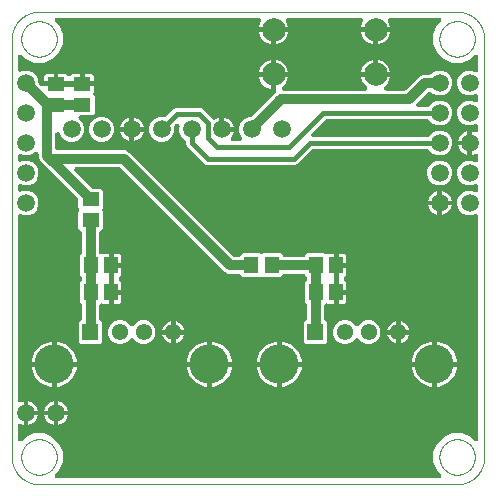
<source format=gbl>
G04 EAGLE Gerber RS-274X export*
G75*
%MOMM*%
%FSLAX34Y34*%
%LPD*%
%INBottom layer*%
%IPPOS*%
%AMOC8*
5,1,8,0,0,1.08239X$1,22.5*%
G01*
G04 Define Apertures*
%ADD10C,0.000000*%
%ADD11R,1.380000X1.380000*%
%ADD12C,1.380000*%
%ADD13C,3.316000*%
%ADD14C,1.500000*%
%ADD15C,2.010000*%
%ADD16R,1.164600X1.465300*%
%ADD17R,1.465300X1.164600*%
%ADD18C,0.704800*%
%ADD19C,0.406400*%
%ADD20C,0.508000*%
%ADD21C,0.812800*%
G36*
X362409Y5241D02*
X361617Y5080D01*
X38383Y5080D01*
X37681Y5205D01*
X36993Y5630D01*
X36525Y6290D01*
X36351Y7080D01*
X36500Y7875D01*
X36946Y8549D01*
X40023Y11626D01*
X43080Y19006D01*
X43080Y26994D01*
X40023Y34374D01*
X34374Y40023D01*
X26994Y43080D01*
X19006Y43080D01*
X11626Y40023D01*
X8549Y36946D01*
X7964Y36538D01*
X7177Y36352D01*
X6380Y36488D01*
X5698Y36924D01*
X5241Y37591D01*
X5080Y38383D01*
X5080Y49258D01*
X5211Y49975D01*
X5641Y50660D01*
X6305Y51123D01*
X7096Y51290D01*
X7890Y51135D01*
X9968Y50274D01*
X9968Y70326D01*
X7890Y69465D01*
X7177Y69311D01*
X6380Y69447D01*
X5698Y69882D01*
X5241Y70549D01*
X5080Y71342D01*
X5080Y226508D01*
X5211Y227226D01*
X5641Y227910D01*
X6305Y228373D01*
X7096Y228540D01*
X7890Y228386D01*
X9902Y227552D01*
X14098Y227552D01*
X17975Y229158D01*
X20942Y232125D01*
X22548Y236002D01*
X22548Y240198D01*
X20942Y244075D01*
X17975Y247042D01*
X14098Y248648D01*
X9902Y248648D01*
X7890Y247815D01*
X7177Y247661D01*
X6380Y247796D01*
X5698Y248232D01*
X5241Y248899D01*
X5080Y249692D01*
X5080Y251908D01*
X5211Y252626D01*
X5641Y253310D01*
X6305Y253773D01*
X7096Y253940D01*
X7890Y253786D01*
X9902Y252952D01*
X14098Y252952D01*
X17975Y254558D01*
X20942Y257525D01*
X22548Y261402D01*
X22548Y265598D01*
X20942Y269475D01*
X17975Y272442D01*
X14098Y274048D01*
X9902Y274048D01*
X7890Y273215D01*
X7177Y273061D01*
X6380Y273196D01*
X5698Y273632D01*
X5241Y274299D01*
X5080Y275092D01*
X5080Y277308D01*
X5211Y278026D01*
X5641Y278710D01*
X6305Y279173D01*
X7096Y279340D01*
X7890Y279186D01*
X9902Y278352D01*
X14098Y278352D01*
X17975Y279958D01*
X19130Y281113D01*
X19715Y281521D01*
X20502Y281707D01*
X21300Y281572D01*
X21981Y281136D01*
X22438Y280469D01*
X22599Y279676D01*
X22599Y276715D01*
X23682Y274101D01*
X25682Y272101D01*
X25770Y272065D01*
X26429Y271624D01*
X55705Y242348D01*
X56140Y241704D01*
X56301Y240911D01*
X56301Y234078D01*
X56532Y233847D01*
X56953Y233232D01*
X57127Y232442D01*
X56979Y231647D01*
X56532Y230973D01*
X56301Y230742D01*
X56301Y216570D01*
X58213Y214658D01*
X58264Y214648D01*
X58945Y214213D01*
X59402Y213546D01*
X59563Y212753D01*
X59563Y196474D01*
X59414Y195711D01*
X58968Y195037D01*
X57940Y194009D01*
X57940Y176831D01*
X59104Y175667D01*
X59538Y175023D01*
X59699Y174230D01*
X59699Y173750D01*
X59550Y172987D01*
X59104Y172313D01*
X57940Y171149D01*
X57940Y153971D01*
X59104Y152807D01*
X59538Y152163D01*
X59699Y151370D01*
X59699Y140680D01*
X59562Y139948D01*
X59127Y139266D01*
X58901Y139112D01*
X56652Y136863D01*
X56652Y120537D01*
X58437Y118752D01*
X74763Y118752D01*
X76548Y120537D01*
X76548Y136863D01*
X74518Y138892D01*
X74084Y139537D01*
X73923Y140329D01*
X73923Y151309D01*
X74048Y152011D01*
X74473Y152699D01*
X75133Y153167D01*
X75923Y153340D01*
X76718Y153192D01*
X77392Y152746D01*
X77444Y152694D01*
X82287Y152694D01*
X82287Y164592D01*
X92682Y164592D01*
X92682Y170939D01*
X91067Y172553D01*
X90646Y173168D01*
X90473Y173958D01*
X90621Y174753D01*
X91067Y175427D01*
X92682Y177041D01*
X92682Y183388D01*
X82287Y183388D01*
X82287Y195287D01*
X77444Y195287D01*
X77361Y195204D01*
X76747Y194782D01*
X75957Y194609D01*
X75162Y194757D01*
X74487Y195204D01*
X74382Y195309D01*
X73948Y195953D01*
X73787Y196746D01*
X73787Y212753D01*
X73924Y213486D01*
X74359Y214167D01*
X75026Y214624D01*
X75123Y214644D01*
X77050Y216570D01*
X77050Y230742D01*
X76818Y230973D01*
X76397Y231588D01*
X76223Y232378D01*
X76371Y233173D01*
X76818Y233847D01*
X77050Y234078D01*
X77050Y248250D01*
X75264Y250035D01*
X68976Y250035D01*
X68213Y250184D01*
X67539Y250630D01*
X53160Y265009D01*
X52752Y265594D01*
X52566Y266381D01*
X52701Y267179D01*
X53137Y267860D01*
X53804Y268317D01*
X54597Y268478D01*
X90827Y268478D01*
X91590Y268329D01*
X92264Y267883D01*
X180756Y179391D01*
X183370Y178308D01*
X191798Y178308D01*
X192531Y178171D01*
X193212Y177736D01*
X193669Y177069D01*
X193689Y176972D01*
X195615Y175046D01*
X209787Y175046D01*
X210018Y175277D01*
X210633Y175698D01*
X211423Y175872D01*
X212218Y175724D01*
X212892Y175277D01*
X213123Y175046D01*
X227295Y175046D01*
X229207Y176958D01*
X229217Y177009D01*
X229652Y177690D01*
X230319Y178147D01*
X231112Y178308D01*
X246408Y178308D01*
X247141Y178171D01*
X247822Y177736D01*
X248279Y177069D01*
X248299Y176972D01*
X249604Y175667D01*
X250038Y175023D01*
X250199Y174230D01*
X250199Y173750D01*
X250050Y172987D01*
X249604Y172313D01*
X248440Y171149D01*
X248440Y153971D01*
X249604Y152807D01*
X250038Y152163D01*
X250199Y151370D01*
X250199Y140680D01*
X250062Y139948D01*
X249627Y139266D01*
X249401Y139112D01*
X247152Y136863D01*
X247152Y120537D01*
X248937Y118752D01*
X265263Y118752D01*
X267048Y120537D01*
X267048Y136863D01*
X265018Y138892D01*
X264584Y139537D01*
X264423Y140329D01*
X264423Y151309D01*
X264548Y152011D01*
X264973Y152699D01*
X265633Y153167D01*
X266423Y153340D01*
X267218Y153192D01*
X267892Y152746D01*
X267944Y152694D01*
X272787Y152694D01*
X272787Y164592D01*
X283182Y164592D01*
X283182Y170939D01*
X281567Y172553D01*
X281146Y173168D01*
X280973Y173958D01*
X281121Y174753D01*
X281567Y175427D01*
X283182Y177041D01*
X283182Y183388D01*
X272787Y183388D01*
X272787Y195287D01*
X267944Y195287D01*
X267861Y195204D01*
X267247Y194782D01*
X266457Y194609D01*
X265662Y194757D01*
X264987Y195204D01*
X264397Y195795D01*
X250225Y195795D01*
X248313Y193882D01*
X248303Y193832D01*
X247868Y193150D01*
X247201Y192693D01*
X246408Y192532D01*
X231112Y192532D01*
X230380Y192669D01*
X229698Y193104D01*
X229241Y193771D01*
X229221Y193868D01*
X227295Y195795D01*
X213123Y195795D01*
X212892Y195563D01*
X212277Y195142D01*
X211487Y194968D01*
X210692Y195116D01*
X210018Y195563D01*
X209787Y195795D01*
X195615Y195795D01*
X193703Y193882D01*
X193693Y193832D01*
X193258Y193150D01*
X192591Y192693D01*
X191798Y192532D01*
X188573Y192532D01*
X187810Y192681D01*
X187136Y193127D01*
X98644Y281619D01*
X96030Y282702D01*
X38855Y282702D01*
X38123Y282839D01*
X37441Y283274D01*
X36984Y283941D01*
X36823Y284734D01*
X36823Y296320D01*
X36943Y297007D01*
X37362Y297698D01*
X38018Y298171D01*
X38806Y298351D01*
X39603Y298209D01*
X40280Y297768D01*
X40732Y297097D01*
X41858Y294380D01*
X44825Y291413D01*
X48702Y289807D01*
X52898Y289807D01*
X56775Y291413D01*
X59742Y294380D01*
X61348Y298257D01*
X61348Y302453D01*
X59742Y306330D01*
X56966Y309106D01*
X56558Y309691D01*
X56372Y310478D01*
X56507Y311276D01*
X56943Y311957D01*
X57610Y312414D01*
X58403Y312575D01*
X68364Y312575D01*
X68531Y312827D01*
X70065Y314360D01*
X70065Y328532D01*
X69474Y329122D01*
X69052Y329737D01*
X68879Y330527D01*
X69027Y331322D01*
X69474Y331996D01*
X69557Y332079D01*
X69557Y336922D01*
X57658Y336922D01*
X57658Y347317D01*
X51311Y347317D01*
X50014Y346020D01*
X49400Y345599D01*
X48610Y345425D01*
X47815Y345573D01*
X47141Y346020D01*
X45844Y347317D01*
X39497Y347317D01*
X39497Y336922D01*
X26583Y336922D01*
X26583Y337344D01*
X26389Y337207D01*
X25599Y337033D01*
X24804Y337182D01*
X24130Y337628D01*
X23143Y338615D01*
X22709Y339259D01*
X22548Y340052D01*
X22548Y341798D01*
X20942Y345675D01*
X17975Y348642D01*
X14098Y350248D01*
X9902Y350248D01*
X7890Y349415D01*
X7177Y349261D01*
X6380Y349396D01*
X5698Y349832D01*
X5241Y350499D01*
X5080Y351292D01*
X5080Y361617D01*
X5205Y362319D01*
X5630Y363007D01*
X6290Y363475D01*
X7080Y363649D01*
X7875Y363500D01*
X8549Y363054D01*
X11626Y359977D01*
X19006Y356920D01*
X26994Y356920D01*
X34374Y359977D01*
X40023Y365626D01*
X43080Y373006D01*
X43080Y380994D01*
X40023Y388374D01*
X36946Y391451D01*
X36538Y392036D01*
X36352Y392823D01*
X36488Y393621D01*
X36924Y394302D01*
X37591Y394759D01*
X38383Y394920D01*
X209089Y394920D01*
X209807Y394789D01*
X210492Y394359D01*
X210954Y393695D01*
X211121Y392904D01*
X210967Y392110D01*
X209005Y387374D01*
X209005Y386902D01*
X234185Y386902D01*
X234185Y387374D01*
X232223Y392110D01*
X232070Y392823D01*
X232205Y393621D01*
X232641Y394302D01*
X233308Y394759D01*
X234101Y394920D01*
X295489Y394920D01*
X296207Y394789D01*
X296892Y394359D01*
X297354Y393695D01*
X297521Y392904D01*
X297367Y392110D01*
X295405Y387374D01*
X295405Y386902D01*
X320585Y386902D01*
X320585Y387374D01*
X318623Y392110D01*
X318470Y392823D01*
X318605Y393621D01*
X319041Y394302D01*
X319708Y394759D01*
X320501Y394920D01*
X361617Y394920D01*
X362319Y394795D01*
X363007Y394370D01*
X363475Y393710D01*
X363649Y392920D01*
X363500Y392125D01*
X363054Y391451D01*
X359977Y388374D01*
X356920Y380994D01*
X356920Y373006D01*
X359977Y365626D01*
X365626Y359977D01*
X373006Y356920D01*
X380994Y356920D01*
X388374Y359977D01*
X391451Y363054D01*
X392036Y363462D01*
X392823Y363648D01*
X393621Y363512D01*
X394302Y363076D01*
X394759Y362409D01*
X394920Y361617D01*
X394920Y351168D01*
X394789Y350450D01*
X394359Y349766D01*
X393695Y349303D01*
X392904Y349136D01*
X392110Y349290D01*
X389798Y350248D01*
X385602Y350248D01*
X381725Y348642D01*
X378758Y345675D01*
X377152Y341798D01*
X377152Y337602D01*
X378758Y333725D01*
X381725Y330758D01*
X385602Y329152D01*
X389798Y329152D01*
X392110Y330110D01*
X392823Y330263D01*
X393621Y330128D01*
X394302Y329692D01*
X394759Y329025D01*
X394920Y328232D01*
X394920Y325768D01*
X394789Y325050D01*
X394359Y324366D01*
X393695Y323903D01*
X392904Y323736D01*
X392110Y323890D01*
X389798Y324848D01*
X385602Y324848D01*
X381725Y323242D01*
X378758Y320275D01*
X377152Y316398D01*
X377152Y312202D01*
X378758Y308325D01*
X381725Y305358D01*
X385602Y303752D01*
X389798Y303752D01*
X392110Y304710D01*
X392823Y304863D01*
X393621Y304728D01*
X394302Y304292D01*
X394759Y303625D01*
X394920Y302832D01*
X394920Y299818D01*
X394789Y299100D01*
X394359Y298416D01*
X393695Y297953D01*
X392904Y297786D01*
X392110Y297940D01*
X389732Y298926D01*
X389732Y278874D01*
X392110Y279860D01*
X392823Y280013D01*
X393621Y279878D01*
X394302Y279442D01*
X394759Y278775D01*
X394920Y277982D01*
X394920Y274968D01*
X394789Y274250D01*
X394359Y273566D01*
X393695Y273103D01*
X392904Y272936D01*
X392110Y273090D01*
X389798Y274048D01*
X385602Y274048D01*
X381725Y272442D01*
X378758Y269475D01*
X377152Y265598D01*
X377152Y261402D01*
X378758Y257525D01*
X381725Y254558D01*
X385602Y252952D01*
X389798Y252952D01*
X392110Y253910D01*
X392823Y254063D01*
X393621Y253928D01*
X394302Y253492D01*
X394759Y252825D01*
X394920Y252032D01*
X394920Y249568D01*
X394789Y248850D01*
X394359Y248166D01*
X393695Y247703D01*
X392904Y247536D01*
X392110Y247690D01*
X389798Y248648D01*
X385602Y248648D01*
X381725Y247042D01*
X378758Y244075D01*
X377152Y240198D01*
X377152Y236002D01*
X378758Y232125D01*
X381725Y229158D01*
X385602Y227552D01*
X389798Y227552D01*
X392110Y228510D01*
X392823Y228663D01*
X393621Y228528D01*
X394302Y228092D01*
X394759Y227425D01*
X394920Y226632D01*
X394920Y38383D01*
X394795Y37681D01*
X394370Y36993D01*
X393710Y36525D01*
X392920Y36351D01*
X392125Y36500D01*
X391451Y36946D01*
X388374Y40023D01*
X380994Y43080D01*
X373006Y43080D01*
X365626Y40023D01*
X359977Y34374D01*
X356920Y26994D01*
X356920Y19006D01*
X359977Y11626D01*
X363054Y8549D01*
X363462Y7964D01*
X363648Y7177D01*
X363512Y6380D01*
X363076Y5698D01*
X362409Y5241D01*
G37*
%LPC*%
G36*
X223627Y372280D02*
X224099Y372280D01*
X228727Y374197D01*
X232268Y377738D01*
X234185Y382366D01*
X234185Y382838D01*
X223627Y382838D01*
X223627Y372280D01*
G37*
G36*
X219091Y372280D02*
X219563Y372280D01*
X219563Y382838D01*
X209005Y382838D01*
X209005Y382366D01*
X210922Y377738D01*
X214463Y374197D01*
X219091Y372280D01*
G37*
G36*
X305491Y372280D02*
X305963Y372280D01*
X305963Y382838D01*
X295405Y382838D01*
X295405Y382366D01*
X297322Y377738D01*
X300863Y374197D01*
X305491Y372280D01*
G37*
G36*
X310027Y372280D02*
X310499Y372280D01*
X315127Y374197D01*
X318668Y377738D01*
X320585Y382366D01*
X320585Y382838D01*
X310027Y382838D01*
X310027Y372280D01*
G37*
G36*
X310027Y348902D02*
X320585Y348902D01*
X320585Y349374D01*
X318668Y354002D01*
X315127Y357543D01*
X310499Y359460D01*
X310027Y359460D01*
X310027Y348902D01*
G37*
G36*
X223627Y348902D02*
X234185Y348902D01*
X234185Y349374D01*
X232268Y354002D01*
X228727Y357543D01*
X224099Y359460D01*
X223627Y359460D01*
X223627Y348902D01*
G37*
G36*
X209005Y348902D02*
X219563Y348902D01*
X219563Y359460D01*
X219091Y359460D01*
X214463Y357543D01*
X210922Y354002D01*
X209005Y349374D01*
X209005Y348902D01*
G37*
G36*
X295405Y348902D02*
X305963Y348902D01*
X305963Y359460D01*
X305491Y359460D01*
X300863Y357543D01*
X297322Y354002D01*
X295405Y349374D01*
X295405Y348902D01*
G37*
G36*
X164725Y270510D02*
X239770Y270510D01*
X241638Y271283D01*
X253579Y283225D01*
X254223Y283659D01*
X255016Y283820D01*
X351629Y283820D01*
X352375Y283678D01*
X353054Y283237D01*
X353072Y283211D01*
X353072Y283211D01*
X356325Y279958D01*
X360202Y278352D01*
X364398Y278352D01*
X368275Y279958D01*
X371242Y282925D01*
X372848Y286802D01*
X372848Y290998D01*
X371242Y294875D01*
X368275Y297842D01*
X364398Y299448D01*
X360202Y299448D01*
X356325Y297842D01*
X353104Y294621D01*
X353089Y294598D01*
X352422Y294141D01*
X351629Y293980D01*
X255270Y293980D01*
X254568Y294105D01*
X253880Y294530D01*
X253412Y295190D01*
X253238Y295980D01*
X253386Y296775D01*
X253833Y297449D01*
X265009Y308625D01*
X265653Y309059D01*
X266446Y309220D01*
X351629Y309220D01*
X352375Y309078D01*
X353054Y308637D01*
X353072Y308611D01*
X353072Y308611D01*
X356325Y305358D01*
X360202Y303752D01*
X364398Y303752D01*
X368275Y305358D01*
X371242Y308325D01*
X372848Y312202D01*
X372848Y316398D01*
X371242Y320275D01*
X368275Y323242D01*
X364398Y324848D01*
X360202Y324848D01*
X356325Y323242D01*
X353104Y320021D01*
X353089Y319998D01*
X352422Y319541D01*
X351629Y319380D01*
X344244Y319380D01*
X343541Y319505D01*
X342853Y319930D01*
X342385Y320590D01*
X342212Y321380D01*
X342360Y322175D01*
X342807Y322849D01*
X351951Y331993D01*
X352595Y332427D01*
X353388Y332588D01*
X353653Y332588D01*
X354416Y332439D01*
X355090Y331993D01*
X356325Y330758D01*
X360202Y329152D01*
X364398Y329152D01*
X368275Y330758D01*
X371242Y333725D01*
X372848Y337602D01*
X372848Y341798D01*
X371242Y345675D01*
X368275Y348642D01*
X364398Y350248D01*
X360202Y350248D01*
X356325Y348642D01*
X355090Y347407D01*
X354446Y346973D01*
X353653Y346812D01*
X348185Y346812D01*
X345571Y345729D01*
X333692Y333850D01*
X333048Y333416D01*
X332255Y333255D01*
X317091Y333255D01*
X316388Y333380D01*
X315700Y333805D01*
X315232Y334465D01*
X315059Y335255D01*
X315207Y336050D01*
X315654Y336724D01*
X318668Y339738D01*
X320585Y344366D01*
X320585Y344838D01*
X295405Y344838D01*
X295405Y344366D01*
X297322Y339738D01*
X300336Y336724D01*
X300744Y336139D01*
X300930Y335352D01*
X300795Y334555D01*
X300359Y333873D01*
X299692Y333416D01*
X298899Y333255D01*
X230691Y333255D01*
X229988Y333380D01*
X229300Y333805D01*
X228832Y334465D01*
X228659Y335255D01*
X228807Y336050D01*
X229254Y336724D01*
X232268Y339738D01*
X234185Y344366D01*
X234185Y344838D01*
X223627Y344838D01*
X223627Y333264D01*
X223153Y333264D01*
X223290Y333070D01*
X223464Y332280D01*
X223316Y331485D01*
X222869Y330811D01*
X203556Y311498D01*
X202912Y311064D01*
X202119Y310903D01*
X201102Y310903D01*
X197225Y309297D01*
X194258Y306330D01*
X192652Y302453D01*
X192652Y298257D01*
X194258Y294380D01*
X194339Y294299D01*
X194747Y293714D01*
X194933Y292927D01*
X194798Y292130D01*
X194362Y291448D01*
X193695Y290991D01*
X192902Y290830D01*
X187379Y290830D01*
X186677Y290955D01*
X185989Y291380D01*
X185521Y292040D01*
X185348Y292830D01*
X185496Y293625D01*
X185943Y294299D01*
X186312Y294668D01*
X187826Y298323D01*
X175768Y298323D01*
X175768Y310381D01*
X171960Y308803D01*
X171215Y308649D01*
X170420Y308797D01*
X169746Y309244D01*
X161628Y317362D01*
X159760Y318135D01*
X138690Y318135D01*
X136822Y317362D01*
X130953Y311492D01*
X130322Y311064D01*
X129531Y310897D01*
X129501Y310903D01*
X124902Y310903D01*
X121025Y309297D01*
X118058Y306330D01*
X116452Y302453D01*
X116452Y298257D01*
X118058Y294380D01*
X121025Y291413D01*
X124902Y289807D01*
X129098Y289807D01*
X132975Y291413D01*
X135942Y294380D01*
X137548Y298257D01*
X137548Y302812D01*
X137542Y302839D01*
X137691Y303634D01*
X138137Y304308D01*
X138567Y304738D01*
X139137Y305139D01*
X139923Y305331D01*
X140721Y305202D01*
X141406Y304772D01*
X141868Y304108D01*
X142036Y303317D01*
X141881Y302523D01*
X141852Y302453D01*
X141852Y298257D01*
X143458Y294380D01*
X146679Y291159D01*
X146702Y291144D01*
X147159Y290477D01*
X147320Y289684D01*
X147320Y287915D01*
X148093Y286047D01*
X162857Y271283D01*
X164725Y270510D01*
G37*
G36*
X61722Y340986D02*
X69557Y340986D01*
X69557Y345829D01*
X68069Y347317D01*
X61722Y347317D01*
X61722Y340986D01*
G37*
G36*
X27599Y340986D02*
X35433Y340986D01*
X35433Y347317D01*
X29086Y347317D01*
X27599Y345829D01*
X27599Y340986D01*
G37*
G36*
X219091Y334280D02*
X219563Y334280D01*
X219563Y344838D01*
X209005Y344838D01*
X209005Y344366D01*
X210922Y339738D01*
X214463Y336197D01*
X219091Y334280D01*
G37*
G36*
X74102Y289807D02*
X78298Y289807D01*
X82175Y291413D01*
X85142Y294380D01*
X86748Y298257D01*
X86748Y302453D01*
X85142Y306330D01*
X82175Y309297D01*
X78298Y310903D01*
X74102Y310903D01*
X70745Y309513D01*
X70226Y309396D01*
X70034Y309106D01*
X67258Y306330D01*
X65652Y302453D01*
X65652Y298257D01*
X67258Y294380D01*
X70225Y291413D01*
X74102Y289807D01*
G37*
G36*
X179832Y302387D02*
X187826Y302387D01*
X186312Y306042D01*
X183487Y308867D01*
X179832Y310381D01*
X179832Y302387D01*
G37*
G36*
X103632Y302387D02*
X111626Y302387D01*
X110112Y306042D01*
X107287Y308867D01*
X103632Y310381D01*
X103632Y302387D01*
G37*
G36*
X91574Y302387D02*
X99568Y302387D01*
X99568Y310381D01*
X95913Y308867D01*
X93088Y306042D01*
X91574Y302387D01*
G37*
G36*
X377674Y290932D02*
X385668Y290932D01*
X385668Y298926D01*
X382013Y297412D01*
X379188Y294587D01*
X377674Y290932D01*
G37*
G36*
X103632Y298323D02*
X103632Y290329D01*
X107287Y291843D01*
X110112Y294668D01*
X111626Y298323D01*
X103632Y298323D01*
G37*
G36*
X95913Y291843D02*
X99568Y290329D01*
X99568Y298323D01*
X91574Y298323D01*
X93088Y294668D01*
X95913Y291843D01*
G37*
G36*
X382013Y280388D02*
X385668Y278874D01*
X385668Y286868D01*
X377674Y286868D01*
X379188Y283213D01*
X382013Y280388D01*
G37*
G36*
X360202Y252952D02*
X364398Y252952D01*
X368275Y254558D01*
X371242Y257525D01*
X372848Y261402D01*
X372848Y265598D01*
X371242Y269475D01*
X368275Y272442D01*
X364398Y274048D01*
X360202Y274048D01*
X356325Y272442D01*
X353358Y269475D01*
X351752Y265598D01*
X351752Y261402D01*
X353358Y257525D01*
X356325Y254558D01*
X360202Y252952D01*
G37*
G36*
X352274Y240132D02*
X360268Y240132D01*
X360268Y248126D01*
X356613Y246612D01*
X353788Y243787D01*
X352274Y240132D01*
G37*
G36*
X364332Y240132D02*
X372326Y240132D01*
X370812Y243787D01*
X367987Y246612D01*
X364332Y248126D01*
X364332Y240132D01*
G37*
G36*
X364332Y236068D02*
X364332Y228074D01*
X367987Y229588D01*
X370812Y232413D01*
X372326Y236068D01*
X364332Y236068D01*
G37*
G36*
X356613Y229588D02*
X360268Y228074D01*
X360268Y236068D01*
X352274Y236068D01*
X353788Y232413D01*
X356613Y229588D01*
G37*
G36*
X276851Y187452D02*
X283182Y187452D01*
X283182Y193799D01*
X281694Y195287D01*
X276851Y195287D01*
X276851Y187452D01*
G37*
G36*
X86351Y187452D02*
X92682Y187452D01*
X92682Y193799D01*
X91194Y195287D01*
X86351Y195287D01*
X86351Y187452D01*
G37*
G36*
X276851Y152694D02*
X281694Y152694D01*
X283182Y154181D01*
X283182Y160528D01*
X276851Y160528D01*
X276851Y152694D01*
G37*
G36*
X86351Y152694D02*
X91194Y152694D01*
X92682Y154181D01*
X92682Y160528D01*
X86351Y160528D01*
X86351Y152694D01*
G37*
G36*
X280121Y118752D02*
X284079Y118752D01*
X287735Y120266D01*
X290663Y123195D01*
X291278Y123616D01*
X292068Y123789D01*
X292863Y123641D01*
X293537Y123195D01*
X296465Y120266D01*
X300121Y118752D01*
X304079Y118752D01*
X307735Y120266D01*
X310534Y123065D01*
X312048Y126721D01*
X312048Y130679D01*
X310534Y134335D01*
X307735Y137134D01*
X304079Y138648D01*
X300121Y138648D01*
X296465Y137134D01*
X293537Y134205D01*
X292922Y133784D01*
X292132Y133611D01*
X291337Y133759D01*
X290663Y134205D01*
X287735Y137134D01*
X284079Y138648D01*
X280121Y138648D01*
X276465Y137134D01*
X273666Y134335D01*
X272152Y130679D01*
X272152Y126721D01*
X273666Y123065D01*
X276465Y120266D01*
X280121Y118752D01*
G37*
G36*
X89621Y118752D02*
X93579Y118752D01*
X97235Y120266D01*
X100163Y123195D01*
X100778Y123616D01*
X101568Y123789D01*
X102363Y123641D01*
X103037Y123195D01*
X105965Y120266D01*
X109621Y118752D01*
X113579Y118752D01*
X117235Y120266D01*
X120034Y123065D01*
X121548Y126721D01*
X121548Y130679D01*
X120034Y134335D01*
X117235Y137134D01*
X113579Y138648D01*
X109621Y138648D01*
X105965Y137134D01*
X103037Y134205D01*
X102422Y133784D01*
X101632Y133611D01*
X100837Y133759D01*
X100163Y134205D01*
X97235Y137134D01*
X93579Y138648D01*
X89621Y138648D01*
X85965Y137134D01*
X83166Y134335D01*
X81652Y130679D01*
X81652Y126721D01*
X83166Y123065D01*
X85965Y120266D01*
X89621Y118752D01*
G37*
G36*
X127224Y130732D02*
X134568Y130732D01*
X134568Y138076D01*
X131253Y136703D01*
X128597Y134047D01*
X127224Y130732D01*
G37*
G36*
X138632Y130732D02*
X145976Y130732D01*
X144603Y134047D01*
X141947Y136703D01*
X138632Y138076D01*
X138632Y130732D01*
G37*
G36*
X317724Y130732D02*
X325068Y130732D01*
X325068Y138076D01*
X321753Y136703D01*
X319097Y134047D01*
X317724Y130732D01*
G37*
G36*
X329132Y130732D02*
X336476Y130732D01*
X335103Y134047D01*
X332447Y136703D01*
X329132Y138076D01*
X329132Y130732D01*
G37*
G36*
X131253Y120697D02*
X134568Y119324D01*
X134568Y126668D01*
X127224Y126668D01*
X128597Y123353D01*
X131253Y120697D01*
G37*
G36*
X329132Y126668D02*
X329132Y119324D01*
X332447Y120697D01*
X335103Y123353D01*
X336476Y126668D01*
X329132Y126668D01*
G37*
G36*
X321753Y120697D02*
X325068Y119324D01*
X325068Y126668D01*
X317724Y126668D01*
X319097Y123353D01*
X321753Y120697D01*
G37*
G36*
X138632Y126668D02*
X138632Y119324D01*
X141947Y120697D01*
X144603Y123353D01*
X145976Y126668D01*
X138632Y126668D01*
G37*
G36*
X169332Y103632D02*
X186420Y103632D01*
X186420Y105403D01*
X183509Y112431D01*
X178131Y117809D01*
X171103Y120720D01*
X169332Y120720D01*
X169332Y103632D01*
G37*
G36*
X148180Y103632D02*
X165268Y103632D01*
X165268Y120720D01*
X163497Y120720D01*
X156469Y117809D01*
X151091Y112431D01*
X148180Y105403D01*
X148180Y103632D01*
G37*
G36*
X359832Y103632D02*
X376920Y103632D01*
X376920Y105403D01*
X374009Y112431D01*
X368631Y117809D01*
X361603Y120720D01*
X359832Y120720D01*
X359832Y103632D01*
G37*
G36*
X207280Y103632D02*
X224368Y103632D01*
X224368Y120720D01*
X222597Y120720D01*
X215569Y117809D01*
X210191Y112431D01*
X207280Y105403D01*
X207280Y103632D01*
G37*
G36*
X338680Y103632D02*
X355768Y103632D01*
X355768Y120720D01*
X353997Y120720D01*
X346969Y117809D01*
X341591Y112431D01*
X338680Y105403D01*
X338680Y103632D01*
G37*
G36*
X16780Y103632D02*
X33868Y103632D01*
X33868Y120720D01*
X32097Y120720D01*
X25069Y117809D01*
X19691Y112431D01*
X16780Y105403D01*
X16780Y103632D01*
G37*
G36*
X228432Y103632D02*
X245520Y103632D01*
X245520Y105403D01*
X242609Y112431D01*
X237231Y117809D01*
X230203Y120720D01*
X228432Y120720D01*
X228432Y103632D01*
G37*
G36*
X37932Y103632D02*
X55020Y103632D01*
X55020Y105403D01*
X52109Y112431D01*
X46731Y117809D01*
X39703Y120720D01*
X37932Y120720D01*
X37932Y103632D01*
G37*
G36*
X359832Y82480D02*
X361603Y82480D01*
X368631Y85391D01*
X374009Y90769D01*
X376920Y97797D01*
X376920Y99568D01*
X359832Y99568D01*
X359832Y82480D01*
G37*
G36*
X353997Y82480D02*
X355768Y82480D01*
X355768Y99568D01*
X338680Y99568D01*
X338680Y97797D01*
X341591Y90769D01*
X346969Y85391D01*
X353997Y82480D01*
G37*
G36*
X228432Y82480D02*
X230203Y82480D01*
X237231Y85391D01*
X242609Y90769D01*
X245520Y97797D01*
X245520Y99568D01*
X228432Y99568D01*
X228432Y82480D01*
G37*
G36*
X222597Y82480D02*
X224368Y82480D01*
X224368Y99568D01*
X207280Y99568D01*
X207280Y97797D01*
X210191Y90769D01*
X215569Y85391D01*
X222597Y82480D01*
G37*
G36*
X169332Y82480D02*
X171103Y82480D01*
X178131Y85391D01*
X183509Y90769D01*
X186420Y97797D01*
X186420Y99568D01*
X169332Y99568D01*
X169332Y82480D01*
G37*
G36*
X163497Y82480D02*
X165268Y82480D01*
X165268Y99568D01*
X148180Y99568D01*
X148180Y97797D01*
X151091Y90769D01*
X156469Y85391D01*
X163497Y82480D01*
G37*
G36*
X37932Y82480D02*
X39703Y82480D01*
X46731Y85391D01*
X52109Y90769D01*
X55020Y97797D01*
X55020Y99568D01*
X37932Y99568D01*
X37932Y82480D01*
G37*
G36*
X32097Y82480D02*
X33868Y82480D01*
X33868Y99568D01*
X16780Y99568D01*
X16780Y97797D01*
X19691Y90769D01*
X25069Y85391D01*
X32097Y82480D01*
G37*
G36*
X14032Y62332D02*
X22026Y62332D01*
X20512Y65987D01*
X17687Y68812D01*
X14032Y70326D01*
X14032Y62332D01*
G37*
G36*
X27374Y62332D02*
X35368Y62332D01*
X35368Y70326D01*
X31713Y68812D01*
X28888Y65987D01*
X27374Y62332D01*
G37*
G36*
X39432Y62332D02*
X47426Y62332D01*
X45912Y65987D01*
X43087Y68812D01*
X39432Y70326D01*
X39432Y62332D01*
G37*
G36*
X14032Y58268D02*
X14032Y50274D01*
X17687Y51788D01*
X20512Y54613D01*
X22026Y58268D01*
X14032Y58268D01*
G37*
G36*
X39432Y58268D02*
X39432Y50274D01*
X43087Y51788D01*
X45912Y54613D01*
X47426Y58268D01*
X39432Y58268D01*
G37*
G36*
X31713Y51788D02*
X35368Y50274D01*
X35368Y58268D01*
X27374Y58268D01*
X28888Y54613D01*
X31713Y51788D01*
G37*
%LPD*%
D10*
X23000Y400000D02*
X22444Y399993D01*
X21889Y399973D01*
X21334Y399940D01*
X20780Y399893D01*
X20228Y399832D01*
X19677Y399759D01*
X19128Y399672D01*
X18581Y399572D01*
X18037Y399458D01*
X17496Y399332D01*
X16958Y399192D01*
X16423Y399040D01*
X15893Y398874D01*
X15366Y398696D01*
X14844Y398505D01*
X14327Y398302D01*
X13815Y398086D01*
X13308Y397858D01*
X12807Y397618D01*
X12311Y397365D01*
X11822Y397101D01*
X11340Y396825D01*
X10864Y396538D01*
X10396Y396239D01*
X9935Y395929D01*
X9481Y395607D01*
X9035Y395275D01*
X8598Y394933D01*
X8169Y394579D01*
X7748Y394216D01*
X7337Y393842D01*
X6934Y393459D01*
X6541Y393066D01*
X6158Y392663D01*
X5784Y392252D01*
X5421Y391831D01*
X5067Y391402D01*
X4725Y390965D01*
X4393Y390519D01*
X4071Y390065D01*
X3761Y389604D01*
X3462Y389136D01*
X3175Y388660D01*
X2899Y388178D01*
X2635Y387689D01*
X2382Y387193D01*
X2142Y386692D01*
X1914Y386185D01*
X1698Y385673D01*
X1495Y385156D01*
X1304Y384634D01*
X1126Y384107D01*
X960Y383577D01*
X808Y383042D01*
X668Y382504D01*
X542Y381963D01*
X428Y381419D01*
X328Y380872D01*
X241Y380323D01*
X168Y379772D01*
X107Y379220D01*
X60Y378666D01*
X27Y378111D01*
X7Y377556D01*
X0Y377000D01*
X23000Y400000D02*
X377000Y400000D01*
X377556Y399993D01*
X378111Y399973D01*
X378666Y399940D01*
X379220Y399893D01*
X379772Y399832D01*
X380323Y399759D01*
X380872Y399672D01*
X381419Y399572D01*
X381963Y399458D01*
X382504Y399332D01*
X383042Y399192D01*
X383577Y399040D01*
X384107Y398874D01*
X384634Y398696D01*
X385156Y398505D01*
X385673Y398302D01*
X386185Y398086D01*
X386692Y397858D01*
X387193Y397618D01*
X387689Y397365D01*
X388178Y397101D01*
X388660Y396825D01*
X389136Y396538D01*
X389604Y396239D01*
X390065Y395929D01*
X390519Y395607D01*
X390965Y395275D01*
X391402Y394933D01*
X391831Y394579D01*
X392252Y394216D01*
X392663Y393842D01*
X393066Y393459D01*
X393459Y393066D01*
X393842Y392663D01*
X394216Y392252D01*
X394579Y391831D01*
X394933Y391402D01*
X395275Y390965D01*
X395607Y390519D01*
X395929Y390065D01*
X396239Y389604D01*
X396538Y389136D01*
X396825Y388660D01*
X397101Y388178D01*
X397365Y387689D01*
X397618Y387193D01*
X397858Y386692D01*
X398086Y386185D01*
X398302Y385673D01*
X398505Y385156D01*
X398696Y384634D01*
X398874Y384107D01*
X399040Y383577D01*
X399192Y383042D01*
X399332Y382504D01*
X399458Y381963D01*
X399572Y381419D01*
X399672Y380872D01*
X399759Y380323D01*
X399832Y379772D01*
X399893Y379220D01*
X399940Y378666D01*
X399973Y378111D01*
X399993Y377556D01*
X400000Y377000D01*
X400000Y23000D01*
X399993Y22444D01*
X399973Y21889D01*
X399940Y21334D01*
X399893Y20780D01*
X399832Y20228D01*
X399759Y19677D01*
X399672Y19128D01*
X399572Y18581D01*
X399458Y18037D01*
X399332Y17496D01*
X399192Y16958D01*
X399040Y16423D01*
X398874Y15893D01*
X398696Y15366D01*
X398505Y14844D01*
X398302Y14327D01*
X398086Y13815D01*
X397858Y13308D01*
X397618Y12807D01*
X397365Y12311D01*
X397101Y11822D01*
X396825Y11340D01*
X396538Y10864D01*
X396239Y10396D01*
X395929Y9935D01*
X395607Y9481D01*
X395275Y9035D01*
X394933Y8598D01*
X394579Y8169D01*
X394216Y7748D01*
X393842Y7337D01*
X393459Y6934D01*
X393066Y6541D01*
X392663Y6158D01*
X392252Y5784D01*
X391831Y5421D01*
X391402Y5067D01*
X390965Y4725D01*
X390519Y4393D01*
X390065Y4071D01*
X389604Y3761D01*
X389136Y3462D01*
X388660Y3175D01*
X388178Y2899D01*
X387689Y2635D01*
X387193Y2382D01*
X386692Y2142D01*
X386185Y1914D01*
X385673Y1698D01*
X385156Y1495D01*
X384634Y1304D01*
X384107Y1126D01*
X383577Y960D01*
X383042Y808D01*
X382504Y668D01*
X381963Y542D01*
X381419Y428D01*
X380872Y328D01*
X380323Y241D01*
X379772Y168D01*
X379220Y107D01*
X378666Y60D01*
X378111Y27D01*
X377556Y7D01*
X377000Y0D01*
X23000Y0D01*
X22444Y7D01*
X21889Y27D01*
X21334Y60D01*
X20780Y107D01*
X20228Y168D01*
X19677Y241D01*
X19128Y328D01*
X18581Y428D01*
X18037Y542D01*
X17496Y668D01*
X16958Y808D01*
X16423Y960D01*
X15893Y1126D01*
X15366Y1304D01*
X14844Y1495D01*
X14327Y1698D01*
X13815Y1914D01*
X13308Y2142D01*
X12807Y2382D01*
X12311Y2635D01*
X11822Y2899D01*
X11340Y3175D01*
X10864Y3462D01*
X10396Y3761D01*
X9935Y4071D01*
X9481Y4393D01*
X9035Y4725D01*
X8598Y5067D01*
X8169Y5421D01*
X7748Y5784D01*
X7337Y6158D01*
X6934Y6541D01*
X6541Y6934D01*
X6158Y7337D01*
X5784Y7748D01*
X5421Y8169D01*
X5067Y8598D01*
X4725Y9035D01*
X4393Y9481D01*
X4071Y9935D01*
X3761Y10396D01*
X3462Y10864D01*
X3175Y11340D01*
X2899Y11822D01*
X2635Y12311D01*
X2382Y12807D01*
X2142Y13308D01*
X1914Y13815D01*
X1698Y14327D01*
X1495Y14844D01*
X1304Y15366D01*
X1126Y15893D01*
X960Y16423D01*
X808Y16958D01*
X668Y17496D01*
X542Y18037D01*
X428Y18581D01*
X328Y19128D01*
X241Y19677D01*
X168Y20228D01*
X107Y20780D01*
X60Y21334D01*
X27Y21889D01*
X7Y22444D01*
X0Y23000D01*
X0Y377000D01*
D11*
X257100Y128700D03*
D12*
X282100Y128700D03*
X302100Y128700D03*
X327100Y128700D03*
D13*
X226400Y101600D03*
X357800Y101600D03*
D11*
X66600Y128700D03*
D12*
X91600Y128700D03*
X111600Y128700D03*
X136600Y128700D03*
D13*
X35900Y101600D03*
X167300Y101600D03*
D14*
X12000Y339700D03*
X12000Y314300D03*
X12000Y288900D03*
X12000Y263500D03*
X12000Y238100D03*
X12000Y60300D03*
X37400Y60300D03*
X362300Y339700D03*
X387700Y339700D03*
X362300Y314300D03*
X387700Y314300D03*
X362300Y288900D03*
X387700Y288900D03*
X387700Y263500D03*
X362300Y238100D03*
X387700Y238100D03*
D10*
X8000Y23000D02*
X8005Y23368D01*
X8018Y23736D01*
X8041Y24103D01*
X8072Y24470D01*
X8113Y24836D01*
X8162Y25201D01*
X8221Y25564D01*
X8288Y25926D01*
X8364Y26287D01*
X8450Y26645D01*
X8543Y27001D01*
X8646Y27354D01*
X8757Y27705D01*
X8877Y28053D01*
X9005Y28398D01*
X9142Y28740D01*
X9287Y29079D01*
X9440Y29413D01*
X9602Y29744D01*
X9771Y30071D01*
X9949Y30393D01*
X10134Y30712D01*
X10327Y31025D01*
X10528Y31334D01*
X10736Y31637D01*
X10952Y31935D01*
X11175Y32228D01*
X11405Y32516D01*
X11642Y32798D01*
X11886Y33073D01*
X12136Y33343D01*
X12393Y33607D01*
X12657Y33864D01*
X12927Y34114D01*
X13202Y34358D01*
X13484Y34595D01*
X13772Y34825D01*
X14065Y35048D01*
X14363Y35264D01*
X14666Y35472D01*
X14975Y35673D01*
X15288Y35866D01*
X15607Y36051D01*
X15929Y36229D01*
X16256Y36398D01*
X16587Y36560D01*
X16921Y36713D01*
X17260Y36858D01*
X17602Y36995D01*
X17947Y37123D01*
X18295Y37243D01*
X18646Y37354D01*
X18999Y37457D01*
X19355Y37550D01*
X19713Y37636D01*
X20074Y37712D01*
X20436Y37779D01*
X20799Y37838D01*
X21164Y37887D01*
X21530Y37928D01*
X21897Y37959D01*
X22264Y37982D01*
X22632Y37995D01*
X23000Y38000D01*
X23368Y37995D01*
X23736Y37982D01*
X24103Y37959D01*
X24470Y37928D01*
X24836Y37887D01*
X25201Y37838D01*
X25564Y37779D01*
X25926Y37712D01*
X26287Y37636D01*
X26645Y37550D01*
X27001Y37457D01*
X27354Y37354D01*
X27705Y37243D01*
X28053Y37123D01*
X28398Y36995D01*
X28740Y36858D01*
X29079Y36713D01*
X29413Y36560D01*
X29744Y36398D01*
X30071Y36229D01*
X30393Y36051D01*
X30712Y35866D01*
X31025Y35673D01*
X31334Y35472D01*
X31637Y35264D01*
X31935Y35048D01*
X32228Y34825D01*
X32516Y34595D01*
X32798Y34358D01*
X33073Y34114D01*
X33343Y33864D01*
X33607Y33607D01*
X33864Y33343D01*
X34114Y33073D01*
X34358Y32798D01*
X34595Y32516D01*
X34825Y32228D01*
X35048Y31935D01*
X35264Y31637D01*
X35472Y31334D01*
X35673Y31025D01*
X35866Y30712D01*
X36051Y30393D01*
X36229Y30071D01*
X36398Y29744D01*
X36560Y29413D01*
X36713Y29079D01*
X36858Y28740D01*
X36995Y28398D01*
X37123Y28053D01*
X37243Y27705D01*
X37354Y27354D01*
X37457Y27001D01*
X37550Y26645D01*
X37636Y26287D01*
X37712Y25926D01*
X37779Y25564D01*
X37838Y25201D01*
X37887Y24836D01*
X37928Y24470D01*
X37959Y24103D01*
X37982Y23736D01*
X37995Y23368D01*
X38000Y23000D01*
X37995Y22632D01*
X37982Y22264D01*
X37959Y21897D01*
X37928Y21530D01*
X37887Y21164D01*
X37838Y20799D01*
X37779Y20436D01*
X37712Y20074D01*
X37636Y19713D01*
X37550Y19355D01*
X37457Y18999D01*
X37354Y18646D01*
X37243Y18295D01*
X37123Y17947D01*
X36995Y17602D01*
X36858Y17260D01*
X36713Y16921D01*
X36560Y16587D01*
X36398Y16256D01*
X36229Y15929D01*
X36051Y15607D01*
X35866Y15288D01*
X35673Y14975D01*
X35472Y14666D01*
X35264Y14363D01*
X35048Y14065D01*
X34825Y13772D01*
X34595Y13484D01*
X34358Y13202D01*
X34114Y12927D01*
X33864Y12657D01*
X33607Y12393D01*
X33343Y12136D01*
X33073Y11886D01*
X32798Y11642D01*
X32516Y11405D01*
X32228Y11175D01*
X31935Y10952D01*
X31637Y10736D01*
X31334Y10528D01*
X31025Y10327D01*
X30712Y10134D01*
X30393Y9949D01*
X30071Y9771D01*
X29744Y9602D01*
X29413Y9440D01*
X29079Y9287D01*
X28740Y9142D01*
X28398Y9005D01*
X28053Y8877D01*
X27705Y8757D01*
X27354Y8646D01*
X27001Y8543D01*
X26645Y8450D01*
X26287Y8364D01*
X25926Y8288D01*
X25564Y8221D01*
X25201Y8162D01*
X24836Y8113D01*
X24470Y8072D01*
X24103Y8041D01*
X23736Y8018D01*
X23368Y8005D01*
X23000Y8000D01*
X22632Y8005D01*
X22264Y8018D01*
X21897Y8041D01*
X21530Y8072D01*
X21164Y8113D01*
X20799Y8162D01*
X20436Y8221D01*
X20074Y8288D01*
X19713Y8364D01*
X19355Y8450D01*
X18999Y8543D01*
X18646Y8646D01*
X18295Y8757D01*
X17947Y8877D01*
X17602Y9005D01*
X17260Y9142D01*
X16921Y9287D01*
X16587Y9440D01*
X16256Y9602D01*
X15929Y9771D01*
X15607Y9949D01*
X15288Y10134D01*
X14975Y10327D01*
X14666Y10528D01*
X14363Y10736D01*
X14065Y10952D01*
X13772Y11175D01*
X13484Y11405D01*
X13202Y11642D01*
X12927Y11886D01*
X12657Y12136D01*
X12393Y12393D01*
X12136Y12657D01*
X11886Y12927D01*
X11642Y13202D01*
X11405Y13484D01*
X11175Y13772D01*
X10952Y14065D01*
X10736Y14363D01*
X10528Y14666D01*
X10327Y14975D01*
X10134Y15288D01*
X9949Y15607D01*
X9771Y15929D01*
X9602Y16256D01*
X9440Y16587D01*
X9287Y16921D01*
X9142Y17260D01*
X9005Y17602D01*
X8877Y17947D01*
X8757Y18295D01*
X8646Y18646D01*
X8543Y18999D01*
X8450Y19355D01*
X8364Y19713D01*
X8288Y20074D01*
X8221Y20436D01*
X8162Y20799D01*
X8113Y21164D01*
X8072Y21530D01*
X8041Y21897D01*
X8018Y22264D01*
X8005Y22632D01*
X8000Y23000D01*
X8000Y377000D02*
X8005Y377368D01*
X8018Y377736D01*
X8041Y378103D01*
X8072Y378470D01*
X8113Y378836D01*
X8162Y379201D01*
X8221Y379564D01*
X8288Y379926D01*
X8364Y380287D01*
X8450Y380645D01*
X8543Y381001D01*
X8646Y381354D01*
X8757Y381705D01*
X8877Y382053D01*
X9005Y382398D01*
X9142Y382740D01*
X9287Y383079D01*
X9440Y383413D01*
X9602Y383744D01*
X9771Y384071D01*
X9949Y384393D01*
X10134Y384712D01*
X10327Y385025D01*
X10528Y385334D01*
X10736Y385637D01*
X10952Y385935D01*
X11175Y386228D01*
X11405Y386516D01*
X11642Y386798D01*
X11886Y387073D01*
X12136Y387343D01*
X12393Y387607D01*
X12657Y387864D01*
X12927Y388114D01*
X13202Y388358D01*
X13484Y388595D01*
X13772Y388825D01*
X14065Y389048D01*
X14363Y389264D01*
X14666Y389472D01*
X14975Y389673D01*
X15288Y389866D01*
X15607Y390051D01*
X15929Y390229D01*
X16256Y390398D01*
X16587Y390560D01*
X16921Y390713D01*
X17260Y390858D01*
X17602Y390995D01*
X17947Y391123D01*
X18295Y391243D01*
X18646Y391354D01*
X18999Y391457D01*
X19355Y391550D01*
X19713Y391636D01*
X20074Y391712D01*
X20436Y391779D01*
X20799Y391838D01*
X21164Y391887D01*
X21530Y391928D01*
X21897Y391959D01*
X22264Y391982D01*
X22632Y391995D01*
X23000Y392000D01*
X23368Y391995D01*
X23736Y391982D01*
X24103Y391959D01*
X24470Y391928D01*
X24836Y391887D01*
X25201Y391838D01*
X25564Y391779D01*
X25926Y391712D01*
X26287Y391636D01*
X26645Y391550D01*
X27001Y391457D01*
X27354Y391354D01*
X27705Y391243D01*
X28053Y391123D01*
X28398Y390995D01*
X28740Y390858D01*
X29079Y390713D01*
X29413Y390560D01*
X29744Y390398D01*
X30071Y390229D01*
X30393Y390051D01*
X30712Y389866D01*
X31025Y389673D01*
X31334Y389472D01*
X31637Y389264D01*
X31935Y389048D01*
X32228Y388825D01*
X32516Y388595D01*
X32798Y388358D01*
X33073Y388114D01*
X33343Y387864D01*
X33607Y387607D01*
X33864Y387343D01*
X34114Y387073D01*
X34358Y386798D01*
X34595Y386516D01*
X34825Y386228D01*
X35048Y385935D01*
X35264Y385637D01*
X35472Y385334D01*
X35673Y385025D01*
X35866Y384712D01*
X36051Y384393D01*
X36229Y384071D01*
X36398Y383744D01*
X36560Y383413D01*
X36713Y383079D01*
X36858Y382740D01*
X36995Y382398D01*
X37123Y382053D01*
X37243Y381705D01*
X37354Y381354D01*
X37457Y381001D01*
X37550Y380645D01*
X37636Y380287D01*
X37712Y379926D01*
X37779Y379564D01*
X37838Y379201D01*
X37887Y378836D01*
X37928Y378470D01*
X37959Y378103D01*
X37982Y377736D01*
X37995Y377368D01*
X38000Y377000D01*
X37995Y376632D01*
X37982Y376264D01*
X37959Y375897D01*
X37928Y375530D01*
X37887Y375164D01*
X37838Y374799D01*
X37779Y374436D01*
X37712Y374074D01*
X37636Y373713D01*
X37550Y373355D01*
X37457Y372999D01*
X37354Y372646D01*
X37243Y372295D01*
X37123Y371947D01*
X36995Y371602D01*
X36858Y371260D01*
X36713Y370921D01*
X36560Y370587D01*
X36398Y370256D01*
X36229Y369929D01*
X36051Y369607D01*
X35866Y369288D01*
X35673Y368975D01*
X35472Y368666D01*
X35264Y368363D01*
X35048Y368065D01*
X34825Y367772D01*
X34595Y367484D01*
X34358Y367202D01*
X34114Y366927D01*
X33864Y366657D01*
X33607Y366393D01*
X33343Y366136D01*
X33073Y365886D01*
X32798Y365642D01*
X32516Y365405D01*
X32228Y365175D01*
X31935Y364952D01*
X31637Y364736D01*
X31334Y364528D01*
X31025Y364327D01*
X30712Y364134D01*
X30393Y363949D01*
X30071Y363771D01*
X29744Y363602D01*
X29413Y363440D01*
X29079Y363287D01*
X28740Y363142D01*
X28398Y363005D01*
X28053Y362877D01*
X27705Y362757D01*
X27354Y362646D01*
X27001Y362543D01*
X26645Y362450D01*
X26287Y362364D01*
X25926Y362288D01*
X25564Y362221D01*
X25201Y362162D01*
X24836Y362113D01*
X24470Y362072D01*
X24103Y362041D01*
X23736Y362018D01*
X23368Y362005D01*
X23000Y362000D01*
X22632Y362005D01*
X22264Y362018D01*
X21897Y362041D01*
X21530Y362072D01*
X21164Y362113D01*
X20799Y362162D01*
X20436Y362221D01*
X20074Y362288D01*
X19713Y362364D01*
X19355Y362450D01*
X18999Y362543D01*
X18646Y362646D01*
X18295Y362757D01*
X17947Y362877D01*
X17602Y363005D01*
X17260Y363142D01*
X16921Y363287D01*
X16587Y363440D01*
X16256Y363602D01*
X15929Y363771D01*
X15607Y363949D01*
X15288Y364134D01*
X14975Y364327D01*
X14666Y364528D01*
X14363Y364736D01*
X14065Y364952D01*
X13772Y365175D01*
X13484Y365405D01*
X13202Y365642D01*
X12927Y365886D01*
X12657Y366136D01*
X12393Y366393D01*
X12136Y366657D01*
X11886Y366927D01*
X11642Y367202D01*
X11405Y367484D01*
X11175Y367772D01*
X10952Y368065D01*
X10736Y368363D01*
X10528Y368666D01*
X10327Y368975D01*
X10134Y369288D01*
X9949Y369607D01*
X9771Y369929D01*
X9602Y370256D01*
X9440Y370587D01*
X9287Y370921D01*
X9142Y371260D01*
X9005Y371602D01*
X8877Y371947D01*
X8757Y372295D01*
X8646Y372646D01*
X8543Y372999D01*
X8450Y373355D01*
X8364Y373713D01*
X8288Y374074D01*
X8221Y374436D01*
X8162Y374799D01*
X8113Y375164D01*
X8072Y375530D01*
X8041Y375897D01*
X8018Y376264D01*
X8005Y376632D01*
X8000Y377000D01*
X362000Y23000D02*
X362005Y23368D01*
X362018Y23736D01*
X362041Y24103D01*
X362072Y24470D01*
X362113Y24836D01*
X362162Y25201D01*
X362221Y25564D01*
X362288Y25926D01*
X362364Y26287D01*
X362450Y26645D01*
X362543Y27001D01*
X362646Y27354D01*
X362757Y27705D01*
X362877Y28053D01*
X363005Y28398D01*
X363142Y28740D01*
X363287Y29079D01*
X363440Y29413D01*
X363602Y29744D01*
X363771Y30071D01*
X363949Y30393D01*
X364134Y30712D01*
X364327Y31025D01*
X364528Y31334D01*
X364736Y31637D01*
X364952Y31935D01*
X365175Y32228D01*
X365405Y32516D01*
X365642Y32798D01*
X365886Y33073D01*
X366136Y33343D01*
X366393Y33607D01*
X366657Y33864D01*
X366927Y34114D01*
X367202Y34358D01*
X367484Y34595D01*
X367772Y34825D01*
X368065Y35048D01*
X368363Y35264D01*
X368666Y35472D01*
X368975Y35673D01*
X369288Y35866D01*
X369607Y36051D01*
X369929Y36229D01*
X370256Y36398D01*
X370587Y36560D01*
X370921Y36713D01*
X371260Y36858D01*
X371602Y36995D01*
X371947Y37123D01*
X372295Y37243D01*
X372646Y37354D01*
X372999Y37457D01*
X373355Y37550D01*
X373713Y37636D01*
X374074Y37712D01*
X374436Y37779D01*
X374799Y37838D01*
X375164Y37887D01*
X375530Y37928D01*
X375897Y37959D01*
X376264Y37982D01*
X376632Y37995D01*
X377000Y38000D01*
X377368Y37995D01*
X377736Y37982D01*
X378103Y37959D01*
X378470Y37928D01*
X378836Y37887D01*
X379201Y37838D01*
X379564Y37779D01*
X379926Y37712D01*
X380287Y37636D01*
X380645Y37550D01*
X381001Y37457D01*
X381354Y37354D01*
X381705Y37243D01*
X382053Y37123D01*
X382398Y36995D01*
X382740Y36858D01*
X383079Y36713D01*
X383413Y36560D01*
X383744Y36398D01*
X384071Y36229D01*
X384393Y36051D01*
X384712Y35866D01*
X385025Y35673D01*
X385334Y35472D01*
X385637Y35264D01*
X385935Y35048D01*
X386228Y34825D01*
X386516Y34595D01*
X386798Y34358D01*
X387073Y34114D01*
X387343Y33864D01*
X387607Y33607D01*
X387864Y33343D01*
X388114Y33073D01*
X388358Y32798D01*
X388595Y32516D01*
X388825Y32228D01*
X389048Y31935D01*
X389264Y31637D01*
X389472Y31334D01*
X389673Y31025D01*
X389866Y30712D01*
X390051Y30393D01*
X390229Y30071D01*
X390398Y29744D01*
X390560Y29413D01*
X390713Y29079D01*
X390858Y28740D01*
X390995Y28398D01*
X391123Y28053D01*
X391243Y27705D01*
X391354Y27354D01*
X391457Y27001D01*
X391550Y26645D01*
X391636Y26287D01*
X391712Y25926D01*
X391779Y25564D01*
X391838Y25201D01*
X391887Y24836D01*
X391928Y24470D01*
X391959Y24103D01*
X391982Y23736D01*
X391995Y23368D01*
X392000Y23000D01*
X391995Y22632D01*
X391982Y22264D01*
X391959Y21897D01*
X391928Y21530D01*
X391887Y21164D01*
X391838Y20799D01*
X391779Y20436D01*
X391712Y20074D01*
X391636Y19713D01*
X391550Y19355D01*
X391457Y18999D01*
X391354Y18646D01*
X391243Y18295D01*
X391123Y17947D01*
X390995Y17602D01*
X390858Y17260D01*
X390713Y16921D01*
X390560Y16587D01*
X390398Y16256D01*
X390229Y15929D01*
X390051Y15607D01*
X389866Y15288D01*
X389673Y14975D01*
X389472Y14666D01*
X389264Y14363D01*
X389048Y14065D01*
X388825Y13772D01*
X388595Y13484D01*
X388358Y13202D01*
X388114Y12927D01*
X387864Y12657D01*
X387607Y12393D01*
X387343Y12136D01*
X387073Y11886D01*
X386798Y11642D01*
X386516Y11405D01*
X386228Y11175D01*
X385935Y10952D01*
X385637Y10736D01*
X385334Y10528D01*
X385025Y10327D01*
X384712Y10134D01*
X384393Y9949D01*
X384071Y9771D01*
X383744Y9602D01*
X383413Y9440D01*
X383079Y9287D01*
X382740Y9142D01*
X382398Y9005D01*
X382053Y8877D01*
X381705Y8757D01*
X381354Y8646D01*
X381001Y8543D01*
X380645Y8450D01*
X380287Y8364D01*
X379926Y8288D01*
X379564Y8221D01*
X379201Y8162D01*
X378836Y8113D01*
X378470Y8072D01*
X378103Y8041D01*
X377736Y8018D01*
X377368Y8005D01*
X377000Y8000D01*
X376632Y8005D01*
X376264Y8018D01*
X375897Y8041D01*
X375530Y8072D01*
X375164Y8113D01*
X374799Y8162D01*
X374436Y8221D01*
X374074Y8288D01*
X373713Y8364D01*
X373355Y8450D01*
X372999Y8543D01*
X372646Y8646D01*
X372295Y8757D01*
X371947Y8877D01*
X371602Y9005D01*
X371260Y9142D01*
X370921Y9287D01*
X370587Y9440D01*
X370256Y9602D01*
X369929Y9771D01*
X369607Y9949D01*
X369288Y10134D01*
X368975Y10327D01*
X368666Y10528D01*
X368363Y10736D01*
X368065Y10952D01*
X367772Y11175D01*
X367484Y11405D01*
X367202Y11642D01*
X366927Y11886D01*
X366657Y12136D01*
X366393Y12393D01*
X366136Y12657D01*
X365886Y12927D01*
X365642Y13202D01*
X365405Y13484D01*
X365175Y13772D01*
X364952Y14065D01*
X364736Y14363D01*
X364528Y14666D01*
X364327Y14975D01*
X364134Y15288D01*
X363949Y15607D01*
X363771Y15929D01*
X363602Y16256D01*
X363440Y16587D01*
X363287Y16921D01*
X363142Y17260D01*
X363005Y17602D01*
X362877Y17947D01*
X362757Y18295D01*
X362646Y18646D01*
X362543Y18999D01*
X362450Y19355D01*
X362364Y19713D01*
X362288Y20074D01*
X362221Y20436D01*
X362162Y20799D01*
X362113Y21164D01*
X362072Y21530D01*
X362041Y21897D01*
X362018Y22264D01*
X362005Y22632D01*
X362000Y23000D01*
X362000Y377000D02*
X362005Y377368D01*
X362018Y377736D01*
X362041Y378103D01*
X362072Y378470D01*
X362113Y378836D01*
X362162Y379201D01*
X362221Y379564D01*
X362288Y379926D01*
X362364Y380287D01*
X362450Y380645D01*
X362543Y381001D01*
X362646Y381354D01*
X362757Y381705D01*
X362877Y382053D01*
X363005Y382398D01*
X363142Y382740D01*
X363287Y383079D01*
X363440Y383413D01*
X363602Y383744D01*
X363771Y384071D01*
X363949Y384393D01*
X364134Y384712D01*
X364327Y385025D01*
X364528Y385334D01*
X364736Y385637D01*
X364952Y385935D01*
X365175Y386228D01*
X365405Y386516D01*
X365642Y386798D01*
X365886Y387073D01*
X366136Y387343D01*
X366393Y387607D01*
X366657Y387864D01*
X366927Y388114D01*
X367202Y388358D01*
X367484Y388595D01*
X367772Y388825D01*
X368065Y389048D01*
X368363Y389264D01*
X368666Y389472D01*
X368975Y389673D01*
X369288Y389866D01*
X369607Y390051D01*
X369929Y390229D01*
X370256Y390398D01*
X370587Y390560D01*
X370921Y390713D01*
X371260Y390858D01*
X371602Y390995D01*
X371947Y391123D01*
X372295Y391243D01*
X372646Y391354D01*
X372999Y391457D01*
X373355Y391550D01*
X373713Y391636D01*
X374074Y391712D01*
X374436Y391779D01*
X374799Y391838D01*
X375164Y391887D01*
X375530Y391928D01*
X375897Y391959D01*
X376264Y391982D01*
X376632Y391995D01*
X377000Y392000D01*
X377368Y391995D01*
X377736Y391982D01*
X378103Y391959D01*
X378470Y391928D01*
X378836Y391887D01*
X379201Y391838D01*
X379564Y391779D01*
X379926Y391712D01*
X380287Y391636D01*
X380645Y391550D01*
X381001Y391457D01*
X381354Y391354D01*
X381705Y391243D01*
X382053Y391123D01*
X382398Y390995D01*
X382740Y390858D01*
X383079Y390713D01*
X383413Y390560D01*
X383744Y390398D01*
X384071Y390229D01*
X384393Y390051D01*
X384712Y389866D01*
X385025Y389673D01*
X385334Y389472D01*
X385637Y389264D01*
X385935Y389048D01*
X386228Y388825D01*
X386516Y388595D01*
X386798Y388358D01*
X387073Y388114D01*
X387343Y387864D01*
X387607Y387607D01*
X387864Y387343D01*
X388114Y387073D01*
X388358Y386798D01*
X388595Y386516D01*
X388825Y386228D01*
X389048Y385935D01*
X389264Y385637D01*
X389472Y385334D01*
X389673Y385025D01*
X389866Y384712D01*
X390051Y384393D01*
X390229Y384071D01*
X390398Y383744D01*
X390560Y383413D01*
X390713Y383079D01*
X390858Y382740D01*
X390995Y382398D01*
X391123Y382053D01*
X391243Y381705D01*
X391354Y381354D01*
X391457Y381001D01*
X391550Y380645D01*
X391636Y380287D01*
X391712Y379926D01*
X391779Y379564D01*
X391838Y379201D01*
X391887Y378836D01*
X391928Y378470D01*
X391959Y378103D01*
X391982Y377736D01*
X391995Y377368D01*
X392000Y377000D01*
X391995Y376632D01*
X391982Y376264D01*
X391959Y375897D01*
X391928Y375530D01*
X391887Y375164D01*
X391838Y374799D01*
X391779Y374436D01*
X391712Y374074D01*
X391636Y373713D01*
X391550Y373355D01*
X391457Y372999D01*
X391354Y372646D01*
X391243Y372295D01*
X391123Y371947D01*
X390995Y371602D01*
X390858Y371260D01*
X390713Y370921D01*
X390560Y370587D01*
X390398Y370256D01*
X390229Y369929D01*
X390051Y369607D01*
X389866Y369288D01*
X389673Y368975D01*
X389472Y368666D01*
X389264Y368363D01*
X389048Y368065D01*
X388825Y367772D01*
X388595Y367484D01*
X388358Y367202D01*
X388114Y366927D01*
X387864Y366657D01*
X387607Y366393D01*
X387343Y366136D01*
X387073Y365886D01*
X386798Y365642D01*
X386516Y365405D01*
X386228Y365175D01*
X385935Y364952D01*
X385637Y364736D01*
X385334Y364528D01*
X385025Y364327D01*
X384712Y364134D01*
X384393Y363949D01*
X384071Y363771D01*
X383744Y363602D01*
X383413Y363440D01*
X383079Y363287D01*
X382740Y363142D01*
X382398Y363005D01*
X382053Y362877D01*
X381705Y362757D01*
X381354Y362646D01*
X381001Y362543D01*
X380645Y362450D01*
X380287Y362364D01*
X379926Y362288D01*
X379564Y362221D01*
X379201Y362162D01*
X378836Y362113D01*
X378470Y362072D01*
X378103Y362041D01*
X377736Y362018D01*
X377368Y362005D01*
X377000Y362000D01*
X376632Y362005D01*
X376264Y362018D01*
X375897Y362041D01*
X375530Y362072D01*
X375164Y362113D01*
X374799Y362162D01*
X374436Y362221D01*
X374074Y362288D01*
X373713Y362364D01*
X373355Y362450D01*
X372999Y362543D01*
X372646Y362646D01*
X372295Y362757D01*
X371947Y362877D01*
X371602Y363005D01*
X371260Y363142D01*
X370921Y363287D01*
X370587Y363440D01*
X370256Y363602D01*
X369929Y363771D01*
X369607Y363949D01*
X369288Y364134D01*
X368975Y364327D01*
X368666Y364528D01*
X368363Y364736D01*
X368065Y364952D01*
X367772Y365175D01*
X367484Y365405D01*
X367202Y365642D01*
X366927Y365886D01*
X366657Y366136D01*
X366393Y366393D01*
X366136Y366657D01*
X365886Y366927D01*
X365642Y367202D01*
X365405Y367484D01*
X365175Y367772D01*
X364952Y368065D01*
X364736Y368363D01*
X364528Y368666D01*
X364327Y368975D01*
X364134Y369288D01*
X363949Y369607D01*
X363771Y369929D01*
X363602Y370256D01*
X363440Y370587D01*
X363287Y370921D01*
X363142Y371260D01*
X363005Y371602D01*
X362877Y371947D01*
X362757Y372295D01*
X362646Y372646D01*
X362543Y372999D01*
X362450Y373355D01*
X362364Y373713D01*
X362288Y374074D01*
X362221Y374436D01*
X362162Y374799D01*
X362113Y375164D01*
X362072Y375530D01*
X362041Y375897D01*
X362018Y376264D01*
X362005Y376632D01*
X362000Y377000D01*
D14*
X362300Y263500D03*
X50800Y300355D03*
X76200Y300355D03*
X101600Y300355D03*
X127000Y300355D03*
X152400Y300355D03*
X177800Y300355D03*
X203200Y300355D03*
X228600Y300355D03*
D15*
X307995Y384870D03*
X221595Y384870D03*
X307995Y346870D03*
X221595Y346870D03*
D16*
X66811Y185420D03*
X84319Y185420D03*
X66811Y162560D03*
X84319Y162560D03*
X257311Y185420D03*
X274819Y185420D03*
X257311Y162560D03*
X274819Y162560D03*
D17*
X37465Y321446D03*
X37465Y338954D03*
X59690Y321446D03*
X59690Y338954D03*
D16*
X202701Y185420D03*
X220209Y185420D03*
D17*
X66675Y241164D03*
X66675Y223656D03*
D18*
X50800Y381000D03*
X24130Y210820D03*
D19*
X84319Y185420D02*
X84319Y162560D01*
X274819Y162560D02*
X274819Y185420D01*
D18*
X354965Y301625D03*
X92710Y205740D03*
X123190Y161290D03*
X298450Y162560D03*
X290830Y175895D03*
X263525Y279400D03*
X196850Y13335D03*
X88900Y12700D03*
X317500Y12700D03*
X88265Y260985D03*
X214630Y239395D03*
X25400Y351707D03*
D20*
X37465Y338954D02*
X59690Y338954D01*
D18*
X180975Y169545D03*
X292735Y201930D03*
X295275Y248920D03*
X369570Y177800D03*
X168910Y262255D03*
X103505Y371392D03*
X317500Y297815D03*
X333375Y279400D03*
X29845Y260985D03*
X244475Y169545D03*
X118110Y274955D03*
D21*
X349600Y339700D02*
X362300Y339700D01*
X349600Y339700D02*
X336043Y326143D01*
X228259Y326143D01*
X203200Y301084D01*
X203200Y300355D01*
X29711Y321989D02*
X29711Y278130D01*
X26625Y325075D02*
X12000Y339700D01*
X26625Y325075D02*
X29711Y321989D01*
X94615Y275590D02*
X184785Y185420D01*
X94615Y275590D02*
X32521Y275590D01*
X66811Y241300D01*
X32521Y275590D02*
X29981Y278130D01*
X29711Y278130D01*
D20*
X30390Y321310D02*
X37465Y321446D01*
X30390Y321310D02*
X26625Y325075D01*
D21*
X37465Y321446D02*
X59690Y321446D01*
X184785Y185420D02*
X202701Y185420D01*
X66811Y241300D02*
X66675Y241164D01*
D19*
X263500Y314300D02*
X362300Y314300D01*
X263500Y314300D02*
X234950Y285750D01*
X173355Y285750D01*
X165735Y293370D01*
X165735Y306070D01*
X158750Y313055D01*
X139700Y313055D01*
X127000Y300355D01*
X176530Y275590D02*
X177800Y275590D01*
X238760Y275590D01*
X252070Y288900D02*
X362300Y288900D01*
X252070Y288900D02*
X238760Y275590D01*
X176530Y275590D02*
X165735Y275590D01*
X152400Y288925D01*
X152400Y300355D01*
D21*
X220209Y185420D02*
X257311Y185420D01*
X257311Y162560D01*
X257311Y128911D01*
X257100Y128700D01*
X66675Y185556D02*
X66675Y223656D01*
X66675Y185556D02*
X66811Y185420D01*
X66811Y162560D01*
X66811Y128911D01*
X66600Y128700D01*
M02*

</source>
